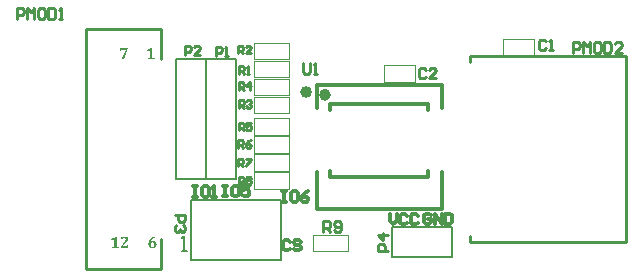
<source format=gto>
G04*
G04 #@! TF.GenerationSoftware,Altium Limited,Altium Designer,23.3.1 (30)*
G04*
G04 Layer_Color=65535*
%FSLAX44Y44*%
%MOMM*%
G71*
G04*
G04 #@! TF.SameCoordinates,227133D6-10B2-4A23-B006-C6EDEEC3DFA4*
G04*
G04*
G04 #@! TF.FilePolarity,Positive*
G04*
G01*
G75*
%ADD10C,0.5000*%
%ADD11C,0.2000*%
%ADD12C,0.2540*%
%ADD13C,0.1000*%
%ADD14C,0.3000*%
%ADD15C,0.3048*%
%ADD16C,0.2032*%
G36*
X310501Y428583D02*
Y428562D01*
Y428521D01*
X310490Y428469D01*
Y428408D01*
Y428325D01*
X310480Y428232D01*
Y428119D01*
Y427995D01*
X310470Y427861D01*
Y427706D01*
Y427541D01*
X310459Y427366D01*
Y427180D01*
Y426984D01*
Y426768D01*
Y421013D01*
Y420993D01*
Y420952D01*
Y420879D01*
X310470Y420797D01*
X310480Y420601D01*
X310490Y420498D01*
X310501Y420415D01*
Y420405D01*
X310511Y420384D01*
X310521Y420343D01*
X310542Y420302D01*
X310593Y420188D01*
X310666Y420085D01*
X310676D01*
X310686Y420065D01*
X310748Y420013D01*
X310851Y419951D01*
X310985Y419889D01*
X310996D01*
X311027Y419879D01*
X311068Y419869D01*
X311130Y419848D01*
X311212Y419828D01*
X311305Y419807D01*
X311408Y419797D01*
X311522Y419776D01*
X311542D01*
X311583Y419766D01*
X311656D01*
X311749Y419755D01*
X311872Y419745D01*
X312027Y419735D01*
X312192D01*
X312378Y419724D01*
Y419106D01*
X306448D01*
Y419724D01*
X306520D01*
X306572Y419735D01*
X306706D01*
X306871Y419745D01*
X307046Y419766D01*
X307232Y419776D01*
X307397Y419797D01*
X307469Y419807D01*
X307531Y419817D01*
X307541D01*
X307582Y419828D01*
X307644Y419848D01*
X307716Y419859D01*
X307881Y419920D01*
X307954Y419951D01*
X308026Y419993D01*
X308036Y420003D01*
X308057Y420013D01*
X308088Y420044D01*
X308129Y420075D01*
X308211Y420178D01*
X308284Y420323D01*
Y420333D01*
X308294Y420364D01*
X308314Y420415D01*
X308325Y420488D01*
X308345Y420591D01*
X308356Y420704D01*
X308366Y420849D01*
Y421013D01*
Y425984D01*
Y425994D01*
Y426036D01*
X308356Y426087D01*
Y426149D01*
X308314Y426283D01*
X308294Y426345D01*
X308253Y426397D01*
Y426407D01*
X308232Y426417D01*
X308180Y426458D01*
X308088Y426500D01*
X308026Y426520D01*
X307933D01*
X307892Y426510D01*
X307840Y426500D01*
X307768Y426479D01*
X307685Y426448D01*
X307593Y426407D01*
X307479Y426355D01*
X307469Y426345D01*
X307417Y426324D01*
X307345Y426283D01*
X307232Y426221D01*
X307087Y426128D01*
X306912Y426025D01*
X306695Y425881D01*
X306448Y425716D01*
X306035Y426438D01*
X309624Y428593D01*
X310501D01*
Y428583D01*
D02*
G37*
G36*
X290049Y428046D02*
X286234Y419106D01*
X284831D01*
Y419570D01*
X288276Y426562D01*
Y426665D01*
X285120D01*
X285048Y426654D01*
X284883Y426644D01*
X284800Y426634D01*
X284728Y426613D01*
X284718D01*
X284697Y426603D01*
X284666Y426592D01*
X284625Y426582D01*
X284522Y426531D01*
X284429Y426458D01*
X284408Y426438D01*
X284367Y426386D01*
X284305Y426293D01*
X284243Y426180D01*
Y426170D01*
X284233Y426149D01*
X284212Y426108D01*
X284202Y426056D01*
X284171Y425984D01*
X284151Y425891D01*
X284120Y425778D01*
X284089Y425654D01*
X283284D01*
X283470Y428500D01*
X290049D01*
Y428046D01*
D02*
G37*
G36*
X287444Y268711D02*
X287537D01*
X287651Y268701D01*
X287774Y268691D01*
X288032Y268650D01*
X288311Y268608D01*
X288579Y268536D01*
X288837Y268443D01*
X288847D01*
X288867Y268433D01*
X288899Y268412D01*
X288940Y268392D01*
X289053Y268330D01*
X289187Y268248D01*
X289342Y268144D01*
X289497Y268021D01*
X289631Y267876D01*
X289754Y267711D01*
X289765Y267691D01*
X289796Y267629D01*
X289847Y267536D01*
X289899Y267402D01*
X289950Y267247D01*
X290002Y267062D01*
X290033Y266855D01*
X290043Y266628D01*
Y266618D01*
Y266608D01*
Y266577D01*
Y266536D01*
X290033Y266432D01*
X290023Y266298D01*
X289992Y266144D01*
X289961Y265979D01*
X289909Y265793D01*
X289837Y265618D01*
X289827Y265597D01*
X289796Y265535D01*
X289744Y265443D01*
X289672Y265308D01*
X289579Y265154D01*
X289455Y264978D01*
X289311Y264772D01*
X289136Y264556D01*
X289125Y264545D01*
X289115Y264525D01*
X289084Y264494D01*
X289043Y264442D01*
X288981Y264380D01*
X288919Y264308D01*
X288837Y264215D01*
X288744Y264123D01*
X288630Y263999D01*
X288507Y263875D01*
X288372Y263731D01*
X288218Y263586D01*
X288053Y263411D01*
X287867Y263236D01*
X287671Y263050D01*
X287455Y262844D01*
X287444Y262833D01*
X287434Y262823D01*
X287403Y262792D01*
X287362Y262751D01*
X287269Y262658D01*
X287135Y262524D01*
X286980Y262359D01*
X286815Y262184D01*
X286640Y261998D01*
X286465Y261802D01*
Y261792D01*
X286444Y261782D01*
X286393Y261720D01*
X286310Y261617D01*
X286207Y261503D01*
X286104Y261369D01*
X285990Y261235D01*
X285877Y261101D01*
X285784Y260977D01*
Y260915D01*
X288383D01*
X288476Y260926D01*
X288692Y260946D01*
X288795Y260957D01*
X288888Y260977D01*
X288899D01*
X288929Y260987D01*
X288971Y261008D01*
X289022Y261029D01*
X289136Y261101D01*
X289239Y261204D01*
X289249Y261214D01*
X289259Y261235D01*
X289290Y261276D01*
X289321Y261328D01*
X289352Y261400D01*
X289383Y261483D01*
X289424Y261575D01*
X289455Y261689D01*
X290239D01*
X290084Y259234D01*
X283783D01*
Y259678D01*
Y259688D01*
X283794Y259709D01*
X283815Y259740D01*
X283835Y259791D01*
X283866Y259853D01*
X283907Y259925D01*
X283948Y260008D01*
X284000Y260101D01*
X284114Y260317D01*
X284258Y260565D01*
X284423Y260833D01*
X284619Y261111D01*
X284629Y261122D01*
X284639Y261142D01*
X284670Y261194D01*
X284722Y261245D01*
X284774Y261318D01*
X284835Y261410D01*
X284908Y261503D01*
X284990Y261617D01*
X285083Y261740D01*
X285186Y261874D01*
X285413Y262163D01*
X285671Y262472D01*
X285949Y262813D01*
X285959Y262823D01*
X285980Y262854D01*
X286021Y262895D01*
X286073Y262957D01*
X286135Y263029D01*
X286207Y263122D01*
X286372Y263318D01*
X286558Y263545D01*
X286743Y263792D01*
X286919Y264030D01*
X287083Y264246D01*
Y264257D01*
X287104Y264267D01*
X287125Y264298D01*
X287145Y264339D01*
X287218Y264452D01*
X287300Y264597D01*
X287393Y264762D01*
X287496Y264937D01*
X287579Y265123D01*
X287661Y265319D01*
Y265329D01*
X287671Y265339D01*
X287682Y265370D01*
X287692Y265412D01*
X287723Y265504D01*
X287764Y265638D01*
X287795Y265793D01*
X287826Y265968D01*
X287847Y266164D01*
X287857Y266360D01*
Y266371D01*
Y266391D01*
Y266432D01*
Y266484D01*
X287847Y266546D01*
X287836Y266618D01*
X287816Y266793D01*
X287774Y266979D01*
X287713Y267175D01*
X287630Y267361D01*
X287517Y267536D01*
X287506Y267556D01*
X287455Y267608D01*
X287383Y267670D01*
X287279Y267752D01*
X287145Y267835D01*
X286991Y267897D01*
X286805Y267948D01*
X286599Y267969D01*
X286547D01*
X286506Y267959D01*
X286403Y267948D01*
X286279Y267917D01*
X286135Y267876D01*
X285990Y267804D01*
X285836Y267711D01*
X285691Y267577D01*
X285671Y267556D01*
X285630Y267505D01*
X285568Y267412D01*
X285495Y267278D01*
X285403Y267113D01*
X285320Y266907D01*
X285279Y266783D01*
X285238Y266649D01*
X285196Y266515D01*
X285165Y266360D01*
X283928D01*
Y267979D01*
X283938D01*
X283969Y267990D01*
X284010Y268010D01*
X284062Y268031D01*
X284134Y268062D01*
X284217Y268093D01*
X284402Y268165D01*
X284619Y268248D01*
X284835Y268320D01*
X285042Y268392D01*
X285238Y268454D01*
X285248D01*
X285258Y268464D01*
X285320Y268474D01*
X285413Y268495D01*
X285537Y268526D01*
X285671Y268557D01*
X285836Y268598D01*
X286001Y268619D01*
X286176Y268650D01*
X286197D01*
X286259Y268660D01*
X286351Y268670D01*
X286475Y268691D01*
X286630Y268701D01*
X286795Y268711D01*
X286991Y268722D01*
X287352D01*
X287444Y268711D01*
D02*
G37*
G36*
X280267D02*
Y268691D01*
Y268650D01*
X280257Y268598D01*
Y268536D01*
Y268454D01*
X280246Y268361D01*
Y268248D01*
Y268124D01*
X280236Y267990D01*
Y267835D01*
Y267670D01*
X280226Y267495D01*
Y267309D01*
Y267113D01*
Y266896D01*
Y261142D01*
Y261122D01*
Y261080D01*
Y261008D01*
X280236Y260926D01*
X280246Y260730D01*
X280257Y260627D01*
X280267Y260544D01*
Y260534D01*
X280277Y260513D01*
X280288Y260472D01*
X280308Y260431D01*
X280360Y260317D01*
X280432Y260214D01*
X280442D01*
X280453Y260194D01*
X280515Y260142D01*
X280618Y260080D01*
X280752Y260018D01*
X280762D01*
X280793Y260008D01*
X280834Y259998D01*
X280896Y259977D01*
X280979Y259956D01*
X281071Y259936D01*
X281175Y259925D01*
X281288Y259905D01*
X281309D01*
X281350Y259894D01*
X281422D01*
X281515Y259884D01*
X281639Y259874D01*
X281793Y259863D01*
X281958D01*
X282144Y259853D01*
Y259234D01*
X276214D01*
Y259853D01*
X276286D01*
X276338Y259863D01*
X276472D01*
X276637Y259874D01*
X276812Y259894D01*
X276998Y259905D01*
X277163Y259925D01*
X277235Y259936D01*
X277297Y259946D01*
X277307D01*
X277349Y259956D01*
X277411Y259977D01*
X277483Y259987D01*
X277648Y260049D01*
X277720Y260080D01*
X277792Y260121D01*
X277802Y260132D01*
X277823Y260142D01*
X277854Y260173D01*
X277895Y260204D01*
X277978Y260307D01*
X278050Y260451D01*
Y260462D01*
X278060Y260492D01*
X278081Y260544D01*
X278091Y260616D01*
X278112Y260719D01*
X278122Y260833D01*
X278132Y260977D01*
Y261142D01*
Y266113D01*
Y266123D01*
Y266164D01*
X278122Y266216D01*
Y266278D01*
X278081Y266412D01*
X278060Y266474D01*
X278019Y266525D01*
Y266536D01*
X277998Y266546D01*
X277947Y266587D01*
X277854Y266628D01*
X277792Y266649D01*
X277699D01*
X277658Y266639D01*
X277606Y266628D01*
X277534Y266608D01*
X277452Y266577D01*
X277359Y266536D01*
X277246Y266484D01*
X277235Y266474D01*
X277184Y266453D01*
X277111Y266412D01*
X276998Y266350D01*
X276854Y266257D01*
X276678Y266154D01*
X276462Y266010D01*
X276214Y265845D01*
X275802Y266567D01*
X279390Y268722D01*
X280267D01*
Y268711D01*
D02*
G37*
G36*
X312889Y268045D02*
Y267622D01*
X312828D01*
X312745Y267612D01*
X312642Y267602D01*
X312508Y267581D01*
X312364Y267560D01*
X312199Y267529D01*
X312023Y267488D01*
X311827Y267437D01*
X311631Y267375D01*
X311425Y267302D01*
X311219Y267210D01*
X311023Y267107D01*
X310817Y266983D01*
X310631Y266838D01*
X310445Y266684D01*
X310435Y266673D01*
X310404Y266642D01*
X310363Y266591D01*
X310301Y266519D01*
X310219Y266426D01*
X310136Y266313D01*
X310043Y266178D01*
X309940Y266024D01*
X309837Y265859D01*
X309734Y265663D01*
X309631Y265457D01*
X309528Y265219D01*
X309435Y264972D01*
X309352Y264704D01*
X309270Y264425D01*
X309208Y264116D01*
X309270Y264095D01*
X309280D01*
X309291Y264116D01*
X309321Y264126D01*
X309363Y264157D01*
X309466Y264219D01*
X309610Y264302D01*
X309775Y264394D01*
X309951Y264477D01*
X310146Y264559D01*
X310353Y264632D01*
X310363D01*
X310373Y264642D01*
X310404Y264652D01*
X310445Y264662D01*
X310559Y264683D01*
X310703Y264724D01*
X310879Y264755D01*
X311085Y264776D01*
X311301Y264797D01*
X311539Y264807D01*
X311673D01*
X311745Y264797D01*
X311817Y264786D01*
X312003Y264766D01*
X312219Y264724D01*
X312446Y264662D01*
X312683Y264570D01*
X312900Y264456D01*
X312910D01*
X312920Y264436D01*
X312951Y264425D01*
X312993Y264394D01*
X313096Y264312D01*
X313220Y264209D01*
X313354Y264064D01*
X313498Y263899D01*
X313632Y263703D01*
X313756Y263477D01*
Y263466D01*
X313766Y263446D01*
X313787Y263415D01*
X313797Y263363D01*
X313828Y263301D01*
X313849Y263229D01*
X313869Y263147D01*
X313900Y263054D01*
X313952Y262847D01*
X314003Y262590D01*
X314034Y262311D01*
X314044Y262012D01*
Y262002D01*
Y261971D01*
Y261919D01*
X314034Y261857D01*
Y261775D01*
X314024Y261682D01*
X314014Y261579D01*
X313993Y261466D01*
X313952Y261218D01*
X313880Y260940D01*
X313787Y260661D01*
X313653Y260393D01*
Y260383D01*
X313632Y260362D01*
X313611Y260331D01*
X313580Y260280D01*
X313539Y260218D01*
X313488Y260156D01*
X313364Y260001D01*
X313199Y259826D01*
X312993Y259640D01*
X312745Y259465D01*
X312467Y259310D01*
X312456D01*
X312436Y259290D01*
X312384Y259279D01*
X312322Y259249D01*
X312250Y259218D01*
X312157Y259187D01*
X312044Y259156D01*
X311920Y259125D01*
X311786Y259083D01*
X311642Y259053D01*
X311477Y259022D01*
X311301Y258991D01*
X311126Y258960D01*
X310930Y258949D01*
X310507Y258929D01*
X310404D01*
X310332Y258939D01*
X310239D01*
X310126Y258949D01*
X310012Y258960D01*
X309878Y258980D01*
X309590Y259032D01*
X309280Y259104D01*
X308971Y259207D01*
X308672Y259341D01*
X308661Y259352D01*
X308641Y259362D01*
X308600Y259383D01*
X308548Y259424D01*
X308486Y259465D01*
X308414Y259517D01*
X308239Y259661D01*
X308053Y259836D01*
X307857Y260053D01*
X307672Y260311D01*
X307507Y260599D01*
Y260610D01*
X307486Y260641D01*
X307465Y260682D01*
X307445Y260744D01*
X307414Y260826D01*
X307383Y260929D01*
X307341Y261043D01*
X307311Y261167D01*
X307269Y261311D01*
X307228Y261455D01*
X307197Y261631D01*
X307166Y261806D01*
X307146Y261992D01*
X307125Y262198D01*
X307104Y262621D01*
Y262641D01*
Y262693D01*
Y262775D01*
X307115Y262889D01*
X307125Y263033D01*
X307135Y263198D01*
X307156Y263384D01*
X307187Y263590D01*
X307228Y263807D01*
X307269Y264034D01*
X307321Y264281D01*
X307383Y264529D01*
X307465Y264776D01*
X307558Y265034D01*
X307661Y265281D01*
X307775Y265529D01*
X307785Y265539D01*
X307806Y265591D01*
X307847Y265653D01*
X307898Y265745D01*
X307971Y265859D01*
X308053Y265982D01*
X308156Y266127D01*
X308270Y266282D01*
X308404Y266436D01*
X308538Y266612D01*
X308703Y266787D01*
X308868Y266952D01*
X309053Y267127D01*
X309260Y267302D01*
X309466Y267457D01*
X309693Y267612D01*
X309703Y267622D01*
X309755Y267643D01*
X309816Y267684D01*
X309909Y267736D01*
X310033Y267798D01*
X310167Y267870D01*
X310332Y267942D01*
X310518Y268024D01*
X310714Y268107D01*
X310930Y268179D01*
X311167Y268262D01*
X311415Y268334D01*
X311673Y268396D01*
X311941Y268447D01*
X312230Y268488D01*
X312518Y268519D01*
X312889Y268045D01*
D02*
G37*
%LPC*%
G36*
X310734Y263858D02*
X310611D01*
X310528Y263848D01*
X310425Y263838D01*
X310322Y263817D01*
X310095Y263755D01*
X310085D01*
X310043Y263734D01*
X309992Y263714D01*
X309920Y263683D01*
X309847Y263652D01*
X309755Y263600D01*
X309579Y263487D01*
X309569Y263477D01*
X309538Y263456D01*
X309507Y263425D01*
X309456Y263394D01*
X309352Y263301D01*
X309311Y263250D01*
X309270Y263209D01*
X309260Y263188D01*
X309229Y263136D01*
X309187Y263043D01*
X309156Y262909D01*
Y262899D01*
Y262868D01*
X309146Y262817D01*
Y262744D01*
X309136Y262652D01*
Y262528D01*
X309125Y262383D01*
Y262208D01*
Y262198D01*
Y262157D01*
Y262084D01*
X309136Y262002D01*
Y261899D01*
X309146Y261775D01*
X309156Y261641D01*
X309167Y261497D01*
X309208Y261187D01*
X309270Y260878D01*
X309363Y260579D01*
X309414Y260434D01*
X309476Y260311D01*
Y260300D01*
X309497Y260280D01*
X309517Y260249D01*
X309538Y260218D01*
X309620Y260115D01*
X309744Y260001D01*
X309889Y259878D01*
X310074Y259785D01*
X310177Y259743D01*
X310291Y259713D01*
X310415Y259692D01*
X310549Y259682D01*
X310621D01*
X310693Y259692D01*
X310786Y259702D01*
X310899Y259723D01*
X311013Y259743D01*
X311126Y259785D01*
X311240Y259836D01*
X311250Y259847D01*
X311291Y259867D01*
X311332Y259909D01*
X311405Y259950D01*
X311466Y260022D01*
X311549Y260094D01*
X311621Y260177D01*
X311683Y260280D01*
X311693Y260290D01*
X311714Y260331D01*
X311745Y260393D01*
X311776Y260476D01*
X311817Y260579D01*
X311858Y260692D01*
X311900Y260826D01*
X311931Y260971D01*
Y260991D01*
X311941Y261043D01*
X311961Y261125D01*
X311972Y261239D01*
X311992Y261362D01*
X312003Y261517D01*
X312013Y261693D01*
Y261868D01*
Y261878D01*
Y261909D01*
Y261961D01*
Y262033D01*
X312003Y262115D01*
X311992Y262208D01*
X311972Y262425D01*
X311931Y262662D01*
X311879Y262909D01*
X311796Y263147D01*
X311745Y263250D01*
X311683Y263353D01*
Y263363D01*
X311673Y263374D01*
X311621Y263435D01*
X311549Y263518D01*
X311446Y263611D01*
X311312Y263703D01*
X311147Y263776D01*
X310951Y263838D01*
X310848Y263848D01*
X310734Y263858D01*
D02*
G37*
%LPD*%
D10*
X459072Y388644D02*
G03*
X459072Y388644I-2500J0D01*
G01*
X443100Y391120D02*
G03*
X443100Y391120I-2500J0D01*
G01*
D11*
X513080Y251460D02*
Y276860D01*
X563880D01*
Y251460D02*
Y276860D01*
X513080Y251460D02*
X563880D01*
X355600Y317500D02*
X381000D01*
X355600D02*
Y419100D01*
X381000Y317500D02*
Y419100D01*
X355600D02*
X381000D01*
X330200Y317500D02*
X355600D01*
X330200D02*
Y419100D01*
X355600Y317500D02*
Y419100D01*
X330200D02*
X355600D01*
X419100Y248920D02*
Y299720D01*
X342900Y248920D02*
Y299720D01*
X419100D01*
X342900Y248920D02*
X419100D01*
X370417D02*
X419100D01*
D12*
X292100Y444500D02*
X317500D01*
X254000D02*
X292100D01*
X254000Y241300D02*
Y444500D01*
Y241300D02*
X317500D01*
Y266700D01*
Y419100D02*
Y444500D01*
X579120Y416560D02*
Y421640D01*
Y264160D02*
Y269240D01*
Y264160D02*
X711200D01*
Y266700D01*
Y419100D02*
Y421640D01*
X579120D02*
X711200D01*
Y266700D02*
Y419100D01*
X510176Y256482D02*
X501288D01*
Y260926D01*
X502770Y262407D01*
X505732D01*
X507213Y260926D01*
Y256482D01*
X510176Y269813D02*
X501288D01*
X505732Y265369D01*
Y271294D01*
X195707Y453263D02*
Y462150D01*
X200151D01*
X201632Y460669D01*
Y457707D01*
X200151Y456225D01*
X195707D01*
X204594Y453263D02*
Y462150D01*
X207556Y459188D01*
X210519Y462150D01*
Y453263D01*
X217925Y462150D02*
X214962D01*
X213481Y460669D01*
Y454744D01*
X214962Y453263D01*
X217925D01*
X219406Y454744D01*
Y460669D01*
X217925Y462150D01*
X222368D02*
Y453263D01*
X226812D01*
X228293Y454744D01*
Y460669D01*
X226812Y462150D01*
X222368D01*
X231255Y453263D02*
X234218D01*
X232737D01*
Y462150D01*
X231255Y460669D01*
X383103Y424089D02*
Y430437D01*
X386277D01*
X387335Y429379D01*
Y427263D01*
X386277Y426205D01*
X383103D01*
X385219D02*
X387335Y424089D01*
X393683D02*
X389451D01*
X393683Y428321D01*
Y429379D01*
X392625Y430437D01*
X390509D01*
X389451Y429379D01*
X384161Y406407D02*
Y412755D01*
X387335D01*
X388393Y411697D01*
Y409581D01*
X387335Y408523D01*
X384161D01*
X386277D02*
X388393Y406407D01*
X390509D02*
X392625D01*
X391567D01*
Y412755D01*
X390509Y411697D01*
X643343Y434008D02*
X641861Y435489D01*
X638899D01*
X637418Y434008D01*
Y428083D01*
X638899Y426602D01*
X641861D01*
X643343Y428083D01*
X646305Y426602D02*
X649267D01*
X647786D01*
Y435489D01*
X646305Y434008D01*
X383536Y313127D02*
Y319475D01*
X386710D01*
X387768Y318417D01*
Y316301D01*
X386710Y315243D01*
X383536D01*
X385652D02*
X387768Y313127D01*
X389884Y318417D02*
X390942Y319475D01*
X393058D01*
X394116Y318417D01*
Y317358D01*
X393058Y316301D01*
X394116Y315243D01*
Y314184D01*
X393058Y313127D01*
X390942D01*
X389884Y314184D01*
Y315243D01*
X390942Y316301D01*
X389884Y317358D01*
Y318417D01*
X390942Y316301D02*
X393058D01*
X541888Y410119D02*
X540407Y411600D01*
X537445D01*
X535964Y410119D01*
Y404195D01*
X537445Y402713D01*
X540407D01*
X541888Y404195D01*
X550775Y402713D02*
X544851D01*
X550775Y408638D01*
Y410119D01*
X549294Y411600D01*
X546332D01*
X544851Y410119D01*
X383276Y328122D02*
Y334470D01*
X386450D01*
X387508Y333412D01*
Y331296D01*
X386450Y330238D01*
X383276D01*
X385392D02*
X387508Y328122D01*
X389624Y334470D02*
X393856D01*
Y333412D01*
X389624Y329180D01*
Y328122D01*
X383103Y344071D02*
Y350419D01*
X386277D01*
X387335Y349361D01*
Y347245D01*
X386277Y346187D01*
X383103D01*
X385219D02*
X387335Y344071D01*
X393683Y350419D02*
X391567Y349361D01*
X389451Y347245D01*
Y345129D01*
X390509Y344071D01*
X392625D01*
X393683Y345129D01*
Y346187D01*
X392625Y347245D01*
X389451D01*
X383450Y358546D02*
Y364894D01*
X386624D01*
X387682Y363836D01*
Y361720D01*
X386624Y360662D01*
X383450D01*
X385566D02*
X387682Y358546D01*
X394030Y364894D02*
X389798D01*
Y361720D01*
X391913Y362778D01*
X392972D01*
X394030Y361720D01*
Y359604D01*
X392972Y358546D01*
X390856D01*
X389798Y359604D01*
X383536Y392885D02*
Y399233D01*
X386710D01*
X387768Y398175D01*
Y396059D01*
X386710Y395001D01*
X383536D01*
X385652D02*
X387768Y392885D01*
X393058D02*
Y399233D01*
X389884Y396059D01*
X394116D01*
X383710Y377803D02*
Y384151D01*
X386884D01*
X387942Y383093D01*
Y380977D01*
X386884Y379919D01*
X383710D01*
X385826D02*
X387942Y377803D01*
X390058Y383093D02*
X391116Y384151D01*
X393232D01*
X394290Y383093D01*
Y382035D01*
X393232Y380977D01*
X392174D01*
X393232D01*
X394290Y379919D01*
Y378861D01*
X393232Y377803D01*
X391116D01*
X390058Y378861D01*
X455264Y272670D02*
Y281558D01*
X459708D01*
X461189Y280076D01*
Y277114D01*
X459708Y275633D01*
X455264D01*
X458226D02*
X461189Y272670D01*
X464151Y274152D02*
X465632Y272670D01*
X468595D01*
X470076Y274152D01*
Y280076D01*
X468595Y281558D01*
X465632D01*
X464151Y280076D01*
Y278595D01*
X465632Y277114D01*
X470076D01*
X363984Y421895D02*
Y429513D01*
X367792D01*
X369062Y428243D01*
Y425704D01*
X367792Y424434D01*
X363984D01*
X371601Y421895D02*
X374140D01*
X372871D01*
Y429513D01*
X371601Y428243D01*
X338044Y422529D02*
Y430147D01*
X341852D01*
X343122Y428877D01*
Y426338D01*
X341852Y425069D01*
X338044D01*
X350740Y422529D02*
X345661D01*
X350740Y427608D01*
Y428877D01*
X349470Y430147D01*
X346931D01*
X345661Y428877D01*
X438211Y415268D02*
Y407862D01*
X439692Y406381D01*
X442655D01*
X444136Y407862D01*
Y415268D01*
X447098Y406381D02*
X450061D01*
X448579D01*
Y415268D01*
X447098Y413787D01*
X666333Y424308D02*
Y433196D01*
X670777D01*
X672258Y431714D01*
Y428752D01*
X670777Y427271D01*
X666333D01*
X675220Y424308D02*
Y433196D01*
X678183Y430233D01*
X681145Y433196D01*
Y424308D01*
X688551Y433196D02*
X685589D01*
X684108Y431714D01*
Y425790D01*
X685589Y424308D01*
X688551D01*
X690032Y425790D01*
Y431714D01*
X688551Y433196D01*
X692995D02*
Y424308D01*
X697438D01*
X698920Y425790D01*
Y431714D01*
X697438Y433196D01*
X692995D01*
X707807Y424308D02*
X701882D01*
X707807Y430233D01*
Y431714D01*
X706325Y433196D01*
X703363D01*
X701882Y431714D01*
X329312Y287314D02*
X338200D01*
Y282870D01*
X336718Y281389D01*
X333756D01*
X332275Y282870D01*
Y287314D01*
X336718Y278427D02*
X338200Y276946D01*
Y273983D01*
X336718Y272502D01*
X335237D01*
X333756Y273983D01*
Y275464D01*
Y273983D01*
X332275Y272502D01*
X330794D01*
X329312Y273983D01*
Y276946D01*
X330794Y278427D01*
D13*
X396480Y418958D02*
Y432958D01*
X426480Y418958D02*
Y432958D01*
X396480D02*
X426480D01*
X396480Y418958D02*
X426480D01*
X396480Y403718D02*
Y417718D01*
X426480Y403718D02*
Y417718D01*
X396480D02*
X426480D01*
X396480Y403718D02*
X426480D01*
X633268Y422260D02*
Y436260D01*
X607268Y422260D02*
Y436260D01*
X633268D01*
X607268Y422260D02*
X633268D01*
X396480Y309230D02*
Y323230D01*
X426480Y309230D02*
Y323230D01*
X396480D02*
X426480D01*
X396480Y309230D02*
X426480D01*
X532684Y399654D02*
Y413654D01*
X506684Y399654D02*
Y413654D01*
X532684D01*
X506684Y399654D02*
X532684D01*
X396480Y324470D02*
Y338470D01*
X426480Y324470D02*
Y338470D01*
X396480D02*
X426480D01*
X396480Y324470D02*
X426480D01*
X396480Y339710D02*
Y353710D01*
X426480Y339710D02*
Y353710D01*
X396480D02*
X426480D01*
X396480Y339710D02*
X426480D01*
X396480Y354950D02*
Y368950D01*
X426480Y354950D02*
Y368950D01*
X396480D02*
X426480D01*
X396480Y354950D02*
X426480D01*
X396480Y388478D02*
Y402478D01*
X426480Y388478D02*
Y402478D01*
X396480D02*
X426480D01*
X396480Y388478D02*
X426480D01*
X396480Y373238D02*
Y387238D01*
X426480Y373238D02*
Y387238D01*
X396480D02*
X426480D01*
X396480Y373238D02*
X426480D01*
X446400Y256144D02*
Y270144D01*
X476400Y256144D02*
Y270144D01*
X446400D02*
X476400D01*
X446400Y256144D02*
X476400D01*
D14*
X449600Y397313D02*
X555600D01*
Y377120D02*
Y397313D01*
X449600Y377120D02*
Y397313D01*
Y291925D02*
Y323120D01*
Y291925D02*
X555600D01*
Y323120D01*
X544100Y319120D02*
Y324120D01*
Y376120D02*
Y381120D01*
X461100Y376120D02*
Y381120D01*
Y319120D02*
Y324120D01*
Y381120D02*
X544100D01*
X461100Y319120D02*
X544100D01*
D15*
X546573Y286686D02*
X545092Y288167D01*
X542129D01*
X540648Y286686D01*
Y280761D01*
X542129Y279280D01*
X545092D01*
X546573Y280761D01*
Y283724D01*
X543610D01*
X549535Y279280D02*
Y288167D01*
X555460Y279280D01*
Y288167D01*
X558422D02*
Y279280D01*
X562866D01*
X564347Y280761D01*
Y286686D01*
X562866Y288167D01*
X558422D01*
X511302Y287779D02*
Y281854D01*
X514264Y278892D01*
X517227Y281854D01*
Y287779D01*
X526114Y286298D02*
X524633Y287779D01*
X521670D01*
X520189Y286298D01*
Y280373D01*
X521670Y278892D01*
X524633D01*
X526114Y280373D01*
X535001Y286298D02*
X533520Y287779D01*
X530557D01*
X529076Y286298D01*
Y280373D01*
X530557Y278892D01*
X533520D01*
X535001Y280373D01*
X427057Y264454D02*
X425576Y265935D01*
X422613D01*
X421132Y264454D01*
Y258529D01*
X422613Y257048D01*
X425576D01*
X427057Y258529D01*
X435944Y264454D02*
X434463Y265935D01*
X431500D01*
X430019Y264454D01*
Y262973D01*
X431500Y261492D01*
X434463D01*
X435944Y260010D01*
Y258529D01*
X434463Y257048D01*
X431500D01*
X430019Y258529D01*
X420370Y306829D02*
X423332D01*
X421851D01*
Y297942D01*
X420370D01*
X423332D01*
X432220Y306829D02*
X429257D01*
X427776Y305348D01*
Y299423D01*
X429257Y297942D01*
X432220D01*
X433701Y299423D01*
Y305348D01*
X432220Y306829D01*
X442588D02*
X439625Y305348D01*
X436663Y302386D01*
Y299423D01*
X438144Y297942D01*
X441107D01*
X442588Y299423D01*
Y300904D01*
X441107Y302386D01*
X436663D01*
X370332Y311655D02*
X373294D01*
X371813D01*
Y302768D01*
X370332D01*
X373294D01*
X382182Y311655D02*
X379219D01*
X377738Y310174D01*
Y304249D01*
X379219Y302768D01*
X382182D01*
X383663Y304249D01*
Y310174D01*
X382182Y311655D01*
X392550D02*
X386625D01*
Y307212D01*
X389587Y308693D01*
X391069D01*
X392550Y307212D01*
Y304249D01*
X391069Y302768D01*
X388106D01*
X386625Y304249D01*
X344932Y311401D02*
X347894D01*
X346413D01*
Y302514D01*
X344932D01*
X347894D01*
X356782Y311401D02*
X353819D01*
X352338Y309920D01*
Y303995D01*
X353819Y302514D01*
X356782D01*
X358263Y303995D01*
Y309920D01*
X356782Y311401D01*
X361225Y302514D02*
X364187D01*
X362706D01*
Y311401D01*
X361225Y309920D01*
D16*
X335280Y256540D02*
X339512D01*
X337396D01*
Y269236D01*
X335280Y267120D01*
M02*

</source>
